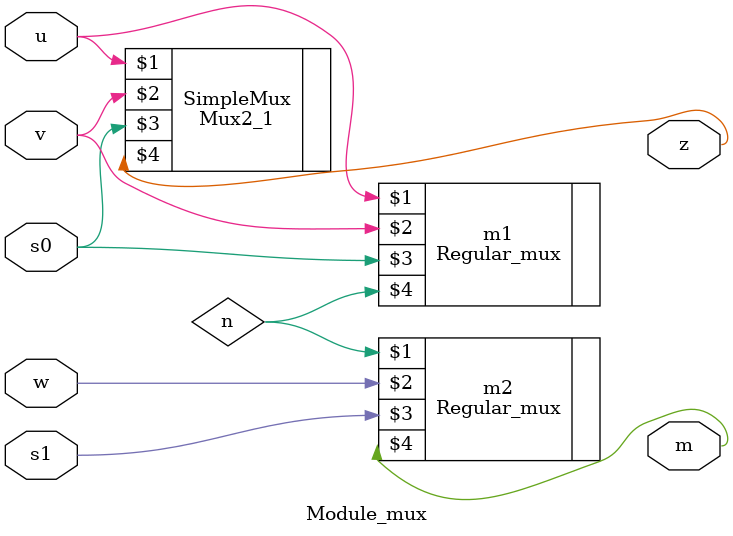
<source format=v>
`timescale 1ns / 1ps


module Module_mux(
    input u,
    input v,
    input w,
    input s0,
    input s1,
    output m,
    output z
    );
    
    wire n;
    wire o;
    
    Regular_mux m1( u,v,s0,n);
    Regular_mux m2( n,w,s1,m);
    
    Mux2_1 SimpleMux(u,v,s0, z);
    
endmodule

</source>
